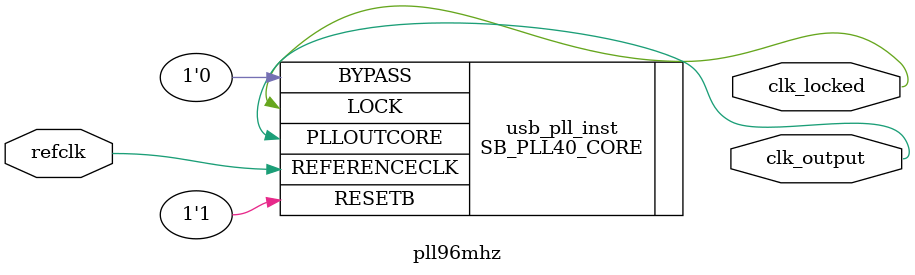
<source format=v>
/**
 * PLL configuration
 *
 * This Verilog module was generated automatically
 * using the icepll tool from the IceStorm project.
 * Use at your own risk.
 *
 * Given input frequency:        12.000 MHz
 * Requested output frequency:   96.000 MHz
 * Achieved output frequency:    96.000 MHz
 */

module pll96mhz(
    input refclk,
    output clk_output,
    output clk_locked
);

SB_PLL40_CORE #(
    .FEEDBACK_PATH("SIMPLE"),
    .DIVR(4'b0000),        // DIVR =  0
    .DIVF(7'b0111111),     // DIVF = 63
    .DIVQ(3'b011),         // DIVQ =  3
    .FILTER_RANGE(3'b001)  // FILTER_RANGE = 1
) usb_pll_inst (
    .LOCK(clk_locked),
    .RESETB(1'b1),
    .BYPASS(1'b0),
    .REFERENCECLK(refclk),
    .PLLOUTCORE(clk_output)
);
endmodule

</source>
